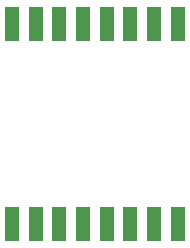
<source format=gbr>
G04 EAGLE Gerber RS-274X export*
G75*
%MOMM*%
%FSLAX34Y34*%
%LPD*%
%INSolderpaste Top*%
%IPPOS*%
%AMOC8*
5,1,8,0,0,1.08239X$1,22.5*%
G01*
%ADD10R,1.300000X3.000000*%


D10*
X18900Y224700D03*
X38900Y224700D03*
X58900Y224700D03*
X78900Y224700D03*
X98900Y224700D03*
X118900Y224700D03*
X138900Y224700D03*
X158900Y224700D03*
X158900Y54700D03*
X138900Y54700D03*
X118900Y54700D03*
X98900Y54700D03*
X78900Y54700D03*
X58900Y54700D03*
X38900Y54700D03*
X18900Y54700D03*
M02*

</source>
